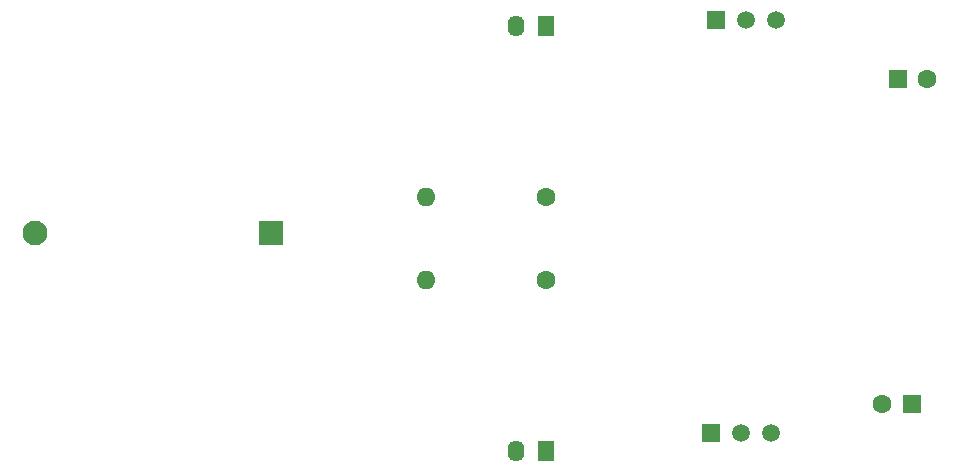
<source format=gbr>
%TF.GenerationSoftware,KiCad,Pcbnew,8.0.5*%
%TF.CreationDate,2024-10-10T20:33:14-07:00*%
%TF.ProjectId,IEEE soldering project,49454545-2073-46f6-9c64-6572696e6720,rev?*%
%TF.SameCoordinates,Original*%
%TF.FileFunction,Soldermask,Top*%
%TF.FilePolarity,Negative*%
%FSLAX46Y46*%
G04 Gerber Fmt 4.6, Leading zero omitted, Abs format (unit mm)*
G04 Created by KiCad (PCBNEW 8.0.5) date 2024-10-10 20:33:14*
%MOMM*%
%LPD*%
G01*
G04 APERTURE LIST*
%ADD10C,1.500000*%
%ADD11R,1.500000X1.500000*%
%ADD12R,1.400000X1.800000*%
%ADD13O,1.400000X1.800000*%
%ADD14C,1.600000*%
%ADD15O,1.600000X1.600000*%
%ADD16R,1.600000X1.600000*%
%ADD17R,2.100000X2.100000*%
%ADD18C,2.100000*%
G04 APERTURE END LIST*
D10*
%TO.C,Q2*%
X156040000Y-62000000D03*
X153500000Y-62000000D03*
D11*
X150960000Y-62000000D03*
%TD*%
D12*
%TO.C,LED2*%
X137000000Y-27500000D03*
D13*
X134460000Y-27500000D03*
%TD*%
D12*
%TO.C,LED1*%
X137000000Y-63500000D03*
D13*
X134460000Y-63500000D03*
%TD*%
D14*
%TO.C,R1*%
X137000000Y-42000000D03*
D15*
X126840000Y-42000000D03*
%TD*%
D16*
%TO.C,C1*%
X166817621Y-32000000D03*
D14*
X169317621Y-32000000D03*
%TD*%
%TO.C,R2*%
X137000000Y-49000000D03*
D15*
X126840000Y-49000000D03*
%TD*%
D16*
%TO.C,C2*%
X168010000Y-59500000D03*
D14*
X165510000Y-59500000D03*
%TD*%
D17*
%TO.C,3V Battery*%
X113789087Y-45000000D03*
D18*
X93789087Y-45000000D03*
%TD*%
D11*
%TO.C,Q1*%
X151420000Y-27000000D03*
D10*
X153960000Y-27000000D03*
X156500000Y-27000000D03*
%TD*%
M02*

</source>
